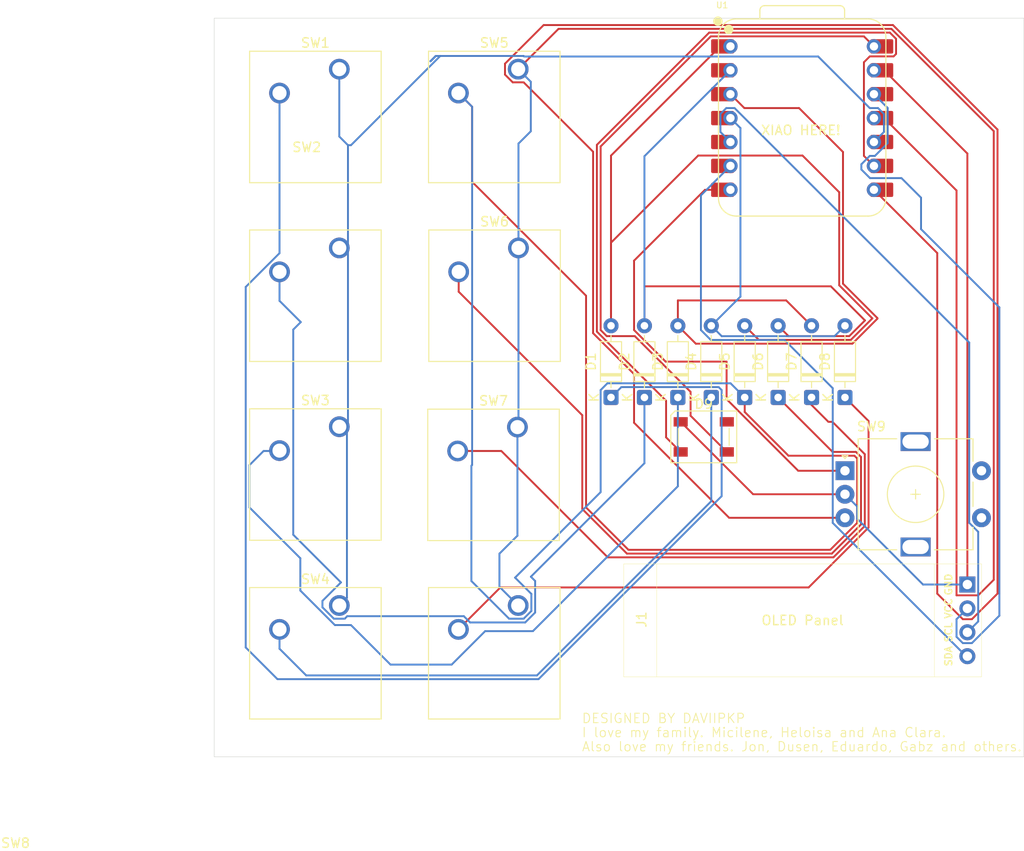
<source format=kicad_pcb>
(kicad_pcb (version 20241229) (generator "pcbnew") (generator_version "9.0")
  (layers (0 "F.Cu" signal) (2 "B.Cu" signal) (13 "F.Paste" user) (15 "B.Paste" user) (5 "F.SilkS" user "F.Silkscreen") (7 "B.SilkS" user "B.Silkscreen") (1 "F.Mask" user) (3 "B.Mask" user) (25 "Edge.Cuts" user))
  (net 0 "")
  (net 1 "Net-(D1-A)")
  (net 2 "Net-(D1-K)")
  (net 3 "Net-(D2-K)")
  (net 4 "Net-(D2-A)")
  (net 5 "Net-(D3-A)")
  (net 6 "Net-(D3-K)")
  (net 7 "Net-(D4-A)")
  (net 8 "Net-(D4-K)")
  (net 9 "Net-(D5-K)")
  (net 10 "Net-(D6-K)")
  (net 11 "Net-(D7-K)")
  (net 12 "Net-(D8-K)")
  (net 13 "Net-(D9-VDD)")
  (net 14 "Net-(D9-DIN)")
  (net 15 "Net-(D9-VSS)")
  (net 17 "Net-(J1-Pin_2)")
  (net 18 "Net-(J1-Pin_4)")
  (net 19 "Net-(J1-Pin_3)")
  (net 20 "Net-(U1-GPIO4{slash}MISO)")
  (net 21 "Net-(U1-GPIO3{slash}MOSI)")
  (net 22 "Net-(U1-GPIO1{slash}RX)")
  (net 23 "Net-(U1-GPIO0{slash}TX)")
  (footprint "Diode_THT:D_DO-35_SOD27_P7.62mm_Horizontal" (layer "F.Cu") (at 68.15 87.81 90)
    (property "Reference" "D1" (at 3.81 -2.12 90) (layer "F.SilkS"))
    (property "Value" "1N4148")
    (fp_line (start 2.53 -1.12) (end 2.53 1.12) (stroke (width 0.12)) (layer "F.SilkS"))
    (fp_line (start 2.41 -1.12) (end 2.41 1.12) (stroke (width 0.12)) (layer "F.SilkS"))
    (fp_line (start 2.29 -1.12) (end 2.29 1.12) (stroke (width 0.12)) (layer "F.SilkS"))
    (fp_line (start 6.58 0) (end 5.93 0) (stroke (width 0.12)) (layer "F.SilkS"))
    (fp_line (start 1.04 0) (end 1.69 0) (stroke (width 0.12)) (layer "F.SilkS"))
    (fp_rect (start 1.69 -1.12) (end 5.93 1.12) (stroke (width 0.12)) (fill no) (layer "F.SilkS"))
    (fp_text user "K" (at 0 -1.8 90) (layer "F.SilkS"))
    (pad "1" thru_hole roundrect (at 0 0 90) (size 1.6 1.6) (drill 0.8) (layers "*.Cu" "*.Mask") (roundrect_rratio 0.15625) (net 2 "Net-(D1-K)"))
    (pad "2" thru_hole circle (at 7.62 0 90) (size 1.6 1.6) (drill 0.8) (layers "*.Cu" "*.Mask") (net 1 "Net-(D1-A)"))
  )
  (footprint "Diode_THT:D_DO-35_SOD27_P7.62mm_Horizontal" (layer "F.Cu") (at 82.35 87.81 90)
    (property "Reference" "D5" (at 3.81 -2.12 90) (layer "F.SilkS"))
    (property "Value" "1N4148")
    (fp_line (start 2.53 -1.12) (end 2.53 1.12) (stroke (width 0.12)) (layer "F.SilkS"))
    (fp_line (start 2.41 -1.12) (end 2.41 1.12) (stroke (width 0.12)) (layer "F.SilkS"))
    (fp_line (start 2.29 -1.12) (end 2.29 1.12) (stroke (width 0.12)) (layer "F.SilkS"))
    (fp_line (start 6.58 0) (end 5.93 0) (stroke (width 0.12)) (layer "F.SilkS"))
    (fp_line (start 1.04 0) (end 1.69 0) (stroke (width 0.12)) (layer "F.SilkS"))
    (fp_rect (start 1.69 -1.12) (end 5.93 1.12) (stroke (width 0.12)) (fill no) (layer "F.SilkS"))
    (fp_text user "K" (at 0 -1.8 90) (layer "F.SilkS"))
    (pad "1" thru_hole roundrect (at 0 0 90) (size 1.6 1.6) (drill 0.8) (layers "*.Cu" "*.Mask") (roundrect_rratio 0.15625) (net 9 "Net-(D5-K)"))
    (pad "2" thru_hole circle (at 7.62 0 90) (size 1.6 1.6) (drill 0.8) (layers "*.Cu" "*.Mask") (net 1 "Net-(D1-A)"))
  )
  (footprint "LED_SMD:LED_SK6812_PLCC4_5.0x5.0mm_P3.2mm" (layer "F.Cu") (at 78 92)
    (property "Reference" "D9" (at 0 -3.5 0) (layer "F.SilkS"))
    (property "Value" "SK6812")
    (fp_line (start -3.5 -2.3) (end -3.5 2.75) (stroke (width 0.12)) (layer "F.SilkS"))
    (fp_line (start -3.05 -2.75) (end -3.5 -2.3) (stroke (width 0.12)) (layer "F.SilkS"))
    (fp_line (start -2.7 -0.9) (end -2.7 0.9) (stroke (width 0.12)) (layer "F.SilkS"))
    (fp_line (start 2.7 -0.9) (end 2.7 0.9) (stroke (width 0.12)) (layer "F.SilkS"))
    (fp_line (start 3.5 -2.75) (end -3.05 -2.75) (stroke (width 0.12)) (layer "F.SilkS"))
    (fp_line (start 3.5 2.75) (end -3.5 2.75) (stroke (width 0.12)) (layer "F.SilkS"))
    (fp_line (start 3.5 2.75) (end 3.5 -2.75) (stroke (width 0.12)) (layer "F.SilkS"))
    (pad "1" smd rect (at -2.45 -1.6 180) (size 1.5 1) (layers "F.Cu" "F.Mask" "F.Paste") (net 15 "Net-(D9-VSS)"))
    (pad "2" smd rect (at -2.45 1.6 180) (size 1.5 1) (layers "F.Cu" "F.Mask" "F.Paste") (net 14 "Net-(D9-DIN)"))
    (pad "3" smd rect (at 2.45 1.6 180) (size 1.5 1) (layers "F.Cu" "F.Mask" "F.Paste") (net 13 "Net-(D9-VDD)"))
    (pad "4" smd rect (at 2.45 -1.6 180) (size 1.5 1) (layers "F.Cu" "F.Mask" "F.Paste"))
  )
  (footprint "OPL:XIAO-RP2040-DIP" (layer "F.Cu") (at 88.455 58.12)
    (property "Reference" "U1" (at -8.5 -12 0) (layer "F.SilkS") (effects (font (size 0.635 0.635) (thickness 0.1016))))
    (property "Value" "XIAO-RP2040-DIP")
    (fp_line (start -8.89 8.509) (end -8.89 -8.636) (stroke (width 0.127)) (layer "F.SilkS"))
    (fp_line (start -6.985 10.414) (end 6.985 10.414) (stroke (width 0.127)) (layer "F.SilkS"))
    (fp_line (start -4.495 -10.541) (end -4.491272 -11.451272) (stroke (width 0.127)) (layer "F.SilkS"))
    (fp_line (start -3.991272 -11.951) (end 4.004 -11.951) (stroke (width 0.127)) (layer "F.SilkS"))
    (fp_line (start 4.504 -11.451) (end 4.504 -10.541) (stroke (width 0.127)) (layer "F.SilkS"))
    (fp_line (start 6.985 -10.541) (end -6.985 -10.541) (stroke (width 0.1)) (layer "F.SilkS"))
    (fp_line (start 6.985 -10.541) (end -6.985 -10.541) (stroke (width 0.127)) (layer "F.SilkS"))
    (fp_line (start 8.89 8.509) (end 8.89 -8.636) (stroke (width 0.127)) (layer "F.SilkS"))
    (fp_arc (start -8.89 -8.636) (mid -8.332038 -9.983038) (end -6.985 -10.541) (stroke (width 0.127)) (layer "F.SilkS"))
    (fp_arc (start -6.985 10.414) (mid -8.332038 9.856038) (end -8.89 8.509) (stroke (width 0.127)) (layer "F.SilkS"))
    (fp_arc (start -4.491272 -11.451272) (mid -4.344728 -11.80464) (end -3.991272 -11.951) (stroke (width 0.127)) (layer "F.SilkS"))
    (fp_arc (start 4.004 -11.951) (mid 4.357553 -11.804553) (end 4.504 -11.451) (stroke (width 0.127)) (layer "F.SilkS"))
    (fp_arc (start 6.985 -10.541) (mid 8.332038 -9.983038) (end 8.89 -8.636) (stroke (width 0.127)) (layer "F.SilkS"))
    (fp_arc (start 8.89 8.509) (mid 8.332038 9.856038) (end 6.985 10.414) (stroke (width 0.127)) (layer "F.SilkS"))
    (fp_circle (center -8.95 -10.3) (end -8.95 -10.554) (stroke (width 0.5)) (fill yes) (layer "F.SilkS"))
    (fp_circle (center -7.807 -9.42) (end -7.807 -9.674) (stroke (width 0.5)) (fill yes) (layer "F.SilkS"))
    (pad "1" smd roundrect (at -8.455 -7.62 180) (size 2.432 1.524) (layers "F.Cu" "F.Mask") (roundrect_rratio 0.1) (net 1 "Net-(D1-A)"))
    (pad "1" thru_hole circle (at -7.62 -7.62 180) (size 1.524 1.524) (drill 0.889) (layers "*.Cu" "*.Mask") (net 1 "Net-(D1-A)"))
    (pad "2" smd roundrect (at -8.455 -5.08 180) (size 2.432 1.524) (layers "F.Cu" "F.Mask") (roundrect_rratio 0.1) (net 4 "Net-(D2-A)"))
    (pad "2" thru_hole circle (at -7.62 -5.08 180) (size 1.524 1.524) (drill 0.889) (layers "*.Cu" "*.Mask") (net 4 "Net-(D2-A)"))
    (pad "3" smd roundrect (at -8.455 -2.54 180) (size 2.432 1.524) (layers "F.Cu" "F.Mask") (roundrect_rratio 0.1) (net 5 "Net-(D3-A)"))
    (pad "3" thru_hole circle (at -7.62 -2.54 180) (size 1.524 1.524) (drill 0.889) (layers "*.Cu" "*.Mask") (net 5 "Net-(D3-A)"))
    (pad "4" smd roundrect (at -8.455 0 180) (size 2.432 1.524) (layers "F.Cu" "F.Mask") (roundrect_rratio 0.1) (net 7 "Net-(D4-A)"))
    (pad "4" thru_hole circle (at -7.62 0 180) (size 1.524 1.524) (drill 0.889) (layers "*.Cu" "*.Mask") (net 7 "Net-(D4-A)"))
    (pad "5" smd roundrect (at -8.455 2.54 180) (size 2.432 1.524) (layers "F.Cu" "F.Mask") (roundrect_rratio 0.1) (net 19 "Net-(J1-Pin_3)"))
    (pad "5" thru_hole circle (at -7.62 2.54 180) (size 1.524 1.524) (drill 0.889) (layers "*.Cu" "*.Mask") (net 19 "Net-(J1-Pin_3)"))
    (pad "6" smd roundrect (at -8.455 5.08 180) (size 2.432 1.524) (layers "F.Cu" "F.Mask") (roundrect_rratio 0.1) (net 18 "Net-(J1-Pin_4)"))
    (pad "6" thru_hole circle (at -7.62 5.08 180) (size 1.524 1.524) (drill 0.889) (layers "*.Cu" "*.Mask") (net 18 "Net-(J1-Pin_4)"))
    (pad "7" smd roundrect (at -8.455 7.62 180) (size 2.432 1.524) (layers "F.Cu" "F.Mask") (roundrect_rratio 0.1) (net 23 "Net-(U1-GPIO0{slash}TX)"))
    (pad "7" thru_hole circle (at -7.62 7.62 180) (size 1.524 1.524) (drill 0.889) (layers "*.Cu" "*.Mask") (net 23 "Net-(U1-GPIO0{slash}TX)"))
    (pad "8" thru_hole circle (at 7.62 7.62) (size 1.524 1.524) (drill 0.889) (layers "*.Cu" "*.Mask") (net 22 "Net-(U1-GPIO1{slash}RX)"))
    (pad "8" smd roundrect (at 8.455 7.62) (size 2.432 1.524) (layers "F.Cu" "F.Mask") (roundrect_rratio 0.1) (net 22 "Net-(U1-GPIO1{slash}RX)"))
    (pad "9" thru_hole circle (at 7.62 5.08) (size 1.524 1.524) (drill 0.889) (layers "*.Cu" "*.Mask") (net 14 "Net-(D9-DIN)"))
    (pad "9" smd roundrect (at 8.455 5.08) (size 2.432 1.524) (layers "F.Cu" "F.Mask") (roundrect_rratio 0.1) (net 14 "Net-(D9-DIN)"))
    (pad "10" thru_hole circle (at 7.62 2.54) (size 1.524 1.524) (drill 0.889) (layers "*.Cu" "*.Mask") (net 20 "Net-(U1-GPIO4{slash}MISO)"))
    (pad "10" smd roundrect (at 8.455 2.54) (size 2.432 1.524) (layers "F.Cu" "F.Mask") (roundrect_rratio 0.1) (net 20 "Net-(U1-GPIO4{slash}MISO)"))
    (pad "11" thru_hole circle (at 7.62 0) (size 1.524 1.524) (drill 0.889) (layers "*.Cu" "*.Mask") (net 21 "Net-(U1-GPIO3{slash}MOSI)"))
    (pad "11" smd roundrect (at 8.455 0) (size 2.432 1.524) (layers "F.Cu" "F.Mask") (roundrect_rratio 0.1) (net 21 "Net-(U1-GPIO3{slash}MOSI)"))
    (pad "12" thru_hole circle (at 7.62 -2.54) (size 1.524 1.524) (drill 0.889) (layers "*.Cu" "*.Mask") (net 17 "Net-(J1-Pin_2)"))
    (pad "12" smd roundrect (at 8.455 -2.54) (size 2.432 1.524) (layers "F.Cu" "F.Mask") (roundrect_rratio 0.1) (net 17 "Net-(J1-Pin_2)"))
    (pad "13" thru_hole circle (at 7.62 -5.08) (size 1.524 1.524) (drill 0.889) (layers "*.Cu" "*.Mask") (net 15 "Net-(D9-VSS)"))
    (pad "13" smd roundrect (at 8.455 -5.08) (size 2.432 1.524) (layers "F.Cu" "F.Mask") (roundrect_rratio 0.1) (net 15 "Net-(D9-VSS)"))
    (pad "14" thru_hole circle (at 7.62 -7.62) (size 1.524 1.524) (drill 0.889) (layers "*.Cu" "*.Mask") (net 13 "Net-(D9-VDD)"))
    (pad "14" smd roundrect (at 8.455 -7.62) (size 2.432 1.524) (layers "F.Cu" "F.Mask") (roundrect_rratio 0.1) (net 13 "Net-(D9-VDD)"))
  )
  (footprint "Button_Switch_Keyboard:SW_Cherry_MX_1.00u_PCB" (layer "F.Cu") (at 58.291 109.92)
    (property "Reference" "SW8" (at -53.39 25.25 0) (layer "F.SilkS"))
    (property "Value" "SW_Push")
    (fp_line (start -9.525 -1.905) (end 4.445 -1.905) (stroke (width 0.12)) (layer "F.SilkS"))
    (fp_line (start -9.525 12.065) (end -9.525 -1.905) (stroke (width 0.12)) (layer "F.SilkS"))
    (fp_line (start 4.445 -1.905) (end 4.445 12.065) (stroke (width 0.12)) (layer "F.SilkS"))
    (fp_line (start 4.445 12.065) (end -9.525 12.065) (stroke (width 0.12)) (layer "F.SilkS"))
    (pad "" np_thru_hole circle (at -7.62 5.08) (size 1.7 1.7) (drill 1.7) (layers "*.Cu" "*.Mask"))
    (pad "" np_thru_hole circle (at -2.54 5.08) (size 4 4) (drill 4) (layers "*.Cu" "*.Mask"))
    (pad "" np_thru_hole circle (at 2.54 5.08) (size 1.7 1.7) (drill 1.7) (layers "*.Cu" "*.Mask"))
    (pad "1" thru_hole circle (at 0 0) (size 2.2 2.2) (drill 1.5) (layers "*.Cu" "*.Mask") (net 21 "Net-(U1-GPIO3{slash}MOSI)"))
    (pad "2" thru_hole circle (at -6.35 2.54) (size 2.2 2.2) (drill 1.5) (layers "*.Cu" "*.Mask") (net 12 "Net-(D8-K)"))
  )
  (footprint "Button_Switch_Keyboard:SW_Cherry_MX_1.00u_PCB" (layer "F.Cu") (at 39.291 90.92)
    (property "Reference" "SW3" (at -2.54 -2.794 0) (layer "F.SilkS"))
    (property "Value" "SW_Push")
    (fp_line (start -9.525 -1.905) (end 4.445 -1.905) (stroke (width 0.12)) (layer "F.SilkS"))
    (fp_line (start -9.525 12.065) (end -9.525 -1.905) (stroke (width 0.12)) (layer "F.SilkS"))
    (fp_line (start 4.445 -1.905) (end 4.445 12.065) (stroke (width 0.12)) (layer "F.SilkS"))
    (fp_line (start 4.445 12.065) (end -9.525 12.065) (stroke (width 0.12)) (layer "F.SilkS"))
    (pad "" np_thru_hole circle (at -7.62 5.08) (size 1.7 1.7) (drill 1.7) (layers "*.Cu" "*.Mask"))
    (pad "" np_thru_hole circle (at -2.54 5.08) (size 4 4) (drill 4) (layers "*.Cu" "*.Mask"))
    (pad "" np_thru_hole circle (at 2.54 5.08) (size 1.7 1.7) (drill 1.7) (layers "*.Cu" "*.Mask"))
    (pad "1" thru_hole circle (at 0 0) (size 2.2 2.2) (drill 1.5) (layers "*.Cu" "*.Mask") (net 20 "Net-(U1-GPIO4{slash}MISO)"))
    (pad "2" thru_hole circle (at -6.35 2.54) (size 2.2 2.2) (drill 1.5) (layers "*.Cu" "*.Mask") (net 6 "Net-(D3-K)"))
  )
  (footprint "Button_Switch_Keyboard:SW_Cherry_MX_1.00u_PCB" (layer "F.Cu") (at 39.291 71.92)
    (property "Reference" "SW2" (at -3.46 -10.704 0) (layer "F.SilkS"))
    (property "Value" "SW_Push")
    (fp_line (start -9.525 -1.905) (end 4.445 -1.905) (stroke (width 0.12)) (layer "F.SilkS"))
    (fp_line (start -9.525 12.065) (end -9.525 -1.905) (stroke (width 0.12)) (layer "F.SilkS"))
    (fp_line (start 4.445 -1.905) (end 4.445 12.065) (stroke (width 0.12)) (layer "F.SilkS"))
    (fp_line (start 4.445 12.065) (end -9.525 12.065) (stroke (width 0.12)) (layer "F.SilkS"))
    (pad "" np_thru_hole circle (at -7.62 5.08) (size 1.7 1.7) (drill 1.7) (layers "*.Cu" "*.Mask"))
    (pad "" np_thru_hole circle (at -2.54 5.08) (size 4 4) (drill 4) (layers "*.Cu" "*.Mask"))
    (pad "" np_thru_hole circle (at 2.54 5.08) (size 1.7 1.7) (drill 1.7) (layers "*.Cu" "*.Mask"))
    (pad "1" thru_hole circle (at 0 0) (size 2.2 2.2) (drill 1.5) (layers "*.Cu" "*.Mask") (net 20 "Net-(U1-GPIO4{slash}MISO)"))
    (pad "2" thru_hole circle (at -6.35 2.54) (size 2.2 2.2) (drill 1.5) (layers "*.Cu" "*.Mask") (net 3 "Net-(D2-K)"))
  )
  (footprint "Rotary_Encoder:RotaryEncoder_Alps_EC11E-Switch_Vertical_H20mm" (layer "F.Cu") (at 93 95.6)
    (property "Reference" "SW9" (at 2.8 -4.7 0) (layer "F.SilkS"))
    (property "Value" "RotaryEncoder")
    (fp_line (start -0.3 -1.6) (end 0.3 -1.6) (stroke (width 0.12)) (layer "F.SilkS"))
    (fp_line (start 0 -1.3) (end -0.3 -1.6) (stroke (width 0.12)) (layer "F.SilkS"))
    (fp_line (start 0.3 -1.6) (end 0 -1.3) (stroke (width 0.12)) (layer "F.SilkS"))
    (fp_line (start 1.4 -3.4) (end 1.4 8.4) (stroke (width 0.12)) (layer "F.SilkS"))
    (fp_line (start 5.5 -3.4) (end 1.4 -3.4) (stroke (width 0.12)) (layer "F.SilkS"))
    (fp_line (start 5.5 8.4) (end 1.4 8.4) (stroke (width 0.12)) (layer "F.SilkS"))
    (fp_line (start 7 2.5) (end 8 2.5) (stroke (width 0.12)) (layer "F.SilkS"))
    (fp_line (start 7.5 2) (end 7.5 3) (stroke (width 0.12)) (layer "F.SilkS"))
    (fp_line (start 9.5 -3.4) (end 13.6 -3.4) (stroke (width 0.12)) (layer "F.SilkS"))
    (fp_line (start 13.6 -3.4) (end 13.6 -1) (stroke (width 0.12)) (layer "F.SilkS"))
    (fp_line (start 13.6 1.2) (end 13.6 3.8) (stroke (width 0.12)) (layer "F.SilkS"))
    (fp_line (start 13.6 6) (end 13.6 8.4) (stroke (width 0.12)) (layer "F.SilkS"))
    (fp_line (start 13.6 8.4) (end 9.5 8.4) (stroke (width 0.12)) (layer "F.SilkS"))
    (fp_circle (center 7.5 2.5) (end 10.5 2.5) (stroke (width 0.12)) (fill no) (layer "F.SilkS"))
    (pad "A" thru_hole rect (at 0 0) (size 2 2) (drill 1) (layers "*.Cu" "*.Mask") (net 23 "Net-(U1-GPIO0{slash}TX)"))
    (pad "B" thru_hole circle (at 0 5) (size 2 2) (drill 1) (layers "*.Cu" "*.Mask") (net 22 "Net-(U1-GPIO1{slash}RX)"))
    (pad "C" thru_hole circle (at 0 2.5) (size 2 2) (drill 1) (layers "*.Cu" "*.Mask") (net 15 "Net-(D9-VSS)"))
    (pad "MP" thru_hole rect (at 7.5 -3.1) (size 3.2 2) (drill oval 2.8 1.5) (layers "*.Cu" "*.Mask"))
    (pad "MP" thru_hole rect (at 7.5 8.1) (size 3.2 2) (drill oval 2.8 1.5) (layers "*.Cu" "*.Mask"))
    (pad "S1" thru_hole circle (at 14.5 5) (size 2 2) (drill 1) (layers "*.Cu" "*.Mask"))
    (pad "S2" thru_hole circle (at 14.5 0) (size 2 2) (drill 1) (layers "*.Cu" "*.Mask"))
  )
  (footprint "Button_Switch_Keyboard:SW_Cherry_MX_1.00u_PCB" (layer "F.Cu") (at 39.291 109.92)
    (property "Reference" "SW4" (at -2.54 -2.794 0) (layer "F.SilkS"))
    (property "Value" "SW_Push")
    (fp_line (start -9.525 -1.905) (end 4.445 -1.905) (stroke (width 0.12)) (layer "F.SilkS"))
    (fp_line (start -9.525 12.065) (end -9.525 -1.905) (stroke (width 0.12)) (layer "F.SilkS"))
    (fp_line (start 4.445 -1.905) (end 4.445 12.065) (stroke (width 0.12)) (layer "F.SilkS"))
    (fp_line (start 4.445 12.065) (end -9.525 12.065) (stroke (width 0.12)) (layer "F.SilkS"))
    (pad "" np_thru_hole circle (at -7.62 5.08) (size 1.7 1.7) (drill 1.7) (layers "*.Cu" "*.Mask"))
    (pad "" np_thru_hole circle (at -2.54 5.08) (size 4 4) (drill 4) (layers "*.Cu" "*.Mask"))
    (pad "" np_thru_hole circle (at 2.54 5.08) (size 1.7 1.7) (drill 1.7) (layers "*.Cu" "*.Mask"))
    (pad "1" thru_hole circle (at 0 0) (size 2.2 2.2) (drill 1.5) (layers "*.Cu" "*.Mask") (net 20 "Net-(U1-GPIO4{slash}MISO)"))
    (pad "2" thru_hole circle (at -6.35 2.54) (size 2.2 2.2) (drill 1.5) (layers "*.Cu" "*.Mask") (net 8 "Net-(D4-K)"))
  )
  (footprint "Diode_THT:D_DO-35_SOD27_P7.62mm_Horizontal" (layer "F.Cu") (at 93 87.81 90)
    (property "Reference" "D8" (at 3.81 -2.12 90) (layer "F.SilkS"))
    (property "Value" "1N4148")
    (fp_line (start 2.53 -1.12) (end 2.53 1.12) (stroke (width 0.12)) (layer "F.SilkS"))
    (fp_line (start 2.41 -1.12) (end 2.41 1.12) (stroke (width 0.12)) (layer "F.SilkS"))
    (fp_line (start 2.29 -1.12) (end 2.29 1.12) (stroke (width 0.12)) (layer "F.SilkS"))
    (fp_line (start 6.58 0) (end 5.93 0) (stroke (width 0.12)) (layer "F.SilkS"))
    (fp_line (start 1.04 0) (end 1.69 0) (stroke (width 0.12)) (layer "F.SilkS"))
    (fp_rect (start 1.69 -1.12) (end 5.93 1.12) (stroke (width 0.12)) (fill no) (layer "F.SilkS"))
    (fp_text user "K" (at 0 -1.8 90) (layer "F.SilkS"))
    (pad "1" thru_hole roundrect (at 0 0 90) (size 1.6 1.6) (drill 0.8) (layers "*.Cu" "*.Mask") (roundrect_rratio 0.15625) (net 12 "Net-(D8-K)"))
    (pad "2" thru_hole circle (at 7.62 0 90) (size 1.6 1.6) (drill 0.8) (layers "*.Cu" "*.Mask") (net 7 "Net-(D4-A)"))
  )
  (footprint "Button_Switch_Keyboard:SW_Cherry_MX_1.00u_PCB" (layer "F.Cu") (at 58.321 71.92)
    (property "Reference" "SW6" (at -2.54 -2.794 0) (layer "F.SilkS"))
    (property "Value" "SW_Push")
    (fp_line (start -9.525 -1.905) (end 4.445 -1.905) (stroke (width 0.12)) (layer "F.SilkS"))
    (fp_line (start -9.525 12.065) (end -9.525 -1.905) (stroke (width 0.12)) (layer "F.SilkS"))
    (fp_line (start 4.445 -1.905) (end 4.445 12.065) (stroke (width 0.12)) (layer "F.SilkS"))
    (fp_line (start 4.445 12.065) (end -9.525 12.065) (stroke (width 0.12)) (layer "F.SilkS"))
    (pad "" np_thru_hole circle (at -7.62 5.08) (size 1.7 1.7) (drill 1.7) (layers "*.Cu" "*.Mask"))
    (pad "" np_thru_hole circle (at -2.54 5.08) (size 4 4) (drill 4) (layers "*.Cu" "*.Mask"))
    (pad "" np_thru_hole circle (at 2.54 5.08) (size 1.7 1.7) (drill 1.7) (layers "*.Cu" "*.Mask"))
    (pad "1" thru_hole circle (at 0 0) (size 2.2 2.2) (drill 1.5) (layers "*.Cu" "*.Mask") (net 21 "Net-(U1-GPIO3{slash}MOSI)"))
    (pad "2" thru_hole circle (at -6.35 2.54) (size 2.2 2.2) (drill 1.5) (layers "*.Cu" "*.Mask") (net 10 "Net-(D6-K)"))
  )
  (footprint "Button_Switch_Keyboard:SW_Cherry_MX_1.00u_PCB" (layer "F.Cu") (at 58.291 52.92)
    (property "Reference" "SW5" (at -2.54 -2.794 0) (layer "F.SilkS"))
    (property "Value" "SW_Push")
    (fp_line (start -9.525 -1.905) (end 4.445 -1.905) (stroke (width 0.12)) (layer "F.SilkS"))
    (fp_line (start -9.525 12.065) (end -9.525 -1.905) (stroke (width 0.12)) (layer "F.SilkS"))
    (fp_line (start 4.445 -1.905) (end 4.445 12.065) (stroke (width 0.12)) (layer "F.SilkS"))
    (fp_line (start 4.445 12.065) (end -9.525 12.065) (stroke (width 0.12)) (layer "F.SilkS"))
    (pad "" np_thru_hole circle (at -7.62 5.08) (size 1.7 1.7) (drill 1.7) (layers "*.Cu" "*.Mask"))
    (pad "" np_thru_hole circle (at -2.54 5.08) (size 4 4) (drill 4) (layers "*.Cu" "*.Mask"))
    (pad "" np_thru_hole circle (at 2.54 5.08) (size 1.7 1.7) (drill 1.7) (layers "*.Cu" "*.Mask"))
    (pad "1" thru_hole circle (at 0 0) (size 2.2 2.2) (drill 1.5) (layers "*.Cu" "*.Mask") (net 21 "Net-(U1-GPIO3{slash}MOSI)"))
    (pad "2" thru_hole circle (at -6.35 2.54) (size 2.2 2.2) (drill 1.5) (layers "*.Cu" "*.Mask") (net 9 "Net-(D5-K)"))
  )
  (footprint "Diode_THT:D_DO-35_SOD27_P7.62mm_Horizontal" (layer "F.Cu") (at 71.7 87.81 90)
    (property "Reference" "D2" (at 3.81 -2.12 90) (layer "F.SilkS"))
    (property "Value" "1N4148")
    (fp_line (start 2.53 -1.12) (end 2.53 1.12) (stroke (width 0.12)) (layer "F.SilkS"))
    (fp_line (start 2.41 -1.12) (end 2.41 1.12) (stroke (width 0.12)) (layer "F.SilkS"))
    (fp_line (start 2.29 -1.12) (end 2.29 1.12) (stroke (width 0.12)) (layer "F.SilkS"))
    (fp_line (start 6.58 0) (end 5.93 0) (stroke (width 0.12)) (layer "F.SilkS"))
    (fp_line (start 1.04 0) (end 1.69 0) (stroke (width 0.12)) (layer "F.SilkS"))
    (fp_rect (start 1.69 -1.12) (end 5.93 1.12) (stroke (width 0.12)) (fill no) (layer "F.SilkS"))
    (fp_text user "K" (at 0 -1.8 90) (layer "F.SilkS"))
    (pad "1" thru_hole roundrect (at 0 0 90) (size 1.6 1.6) (drill 0.8) (layers "*.Cu" "*.Mask") (roundrect_rratio 0.15625) (net 3 "Net-(D2-K)"))
    (pad "2" thru_hole circle (at 7.62 0 90) (size 1.6 1.6) (drill 0.8) (layers "*.Cu" "*.Mask") (net 4 "Net-(D2-A)"))
  )
  (footprint "Diode_THT:D_DO-35_SOD27_P7.62mm_Horizontal" (layer "F.Cu") (at 89.45 87.81 90)
    (property "Reference" "D7" (at 3.81 -2.12 90) (layer "F.SilkS"))
    (property "Value" "1N4148")
    (fp_line (start 2.53 -1.12) (end 2.53 1.12) (stroke (width 0.12)) (layer "F.SilkS"))
    (fp_line (start 2.41 -1.12) (end 2.41 1.12) (stroke (width 0.12)) (layer "F.SilkS"))
    (fp_line (start 2.29 -1.12) (end 2.29 1.12) (stroke (width 0.12)) (layer "F.SilkS"))
    (fp_line (start 6.58 0) (end 5.93 0) (stroke (width 0.12)) (layer "F.SilkS"))
    (fp_line (start 1.04 0) (end 1.69 0) (stroke (width 0.12)) (layer "F.SilkS"))
    (fp_rect (start 1.69 -1.12) (end 5.93 1.12) (stroke (width 0.12)) (fill no) (layer "F.SilkS"))
    (fp_text user "K" (at 0 -1.8 90) (layer "F.SilkS"))
    (pad "1" thru_hole roundrect (at 0 0 90) (size 1.6 1.6) (drill 0.8) (layers "*.Cu" "*.Mask") (roundrect_rratio 0.15625) (net 11 "Net-(D7-K)"))
    (pad "2" thru_hole circle (at 7.62 0 90) (size 1.6 1.6) (drill 0.8) (layers "*.Cu" "*.Mask") (net 5 "Net-(D3-A)"))
  )
  (footprint "Diode_THT:D_DO-35_SOD27_P7.62mm_Horizontal" (layer "F.Cu") (at 78.8 87.81 90)
    (property "Reference" "D4" (at 3.81 -2.12 90) (layer "F.SilkS"))
    (property "Value" "1N4148")
    (fp_line (start 2.53 -1.12) (end 2.53 1.12) (stroke (width 0.12)) (layer "F.SilkS"))
    (fp_line (start 2.41 -1.12) (end 2.41 1.12) (stroke (width 0.12)) (layer "F.SilkS"))
    (fp_line (start 2.29 -1.12) (end 2.29 1.12) (stroke (width 0.12)) (layer "F.SilkS"))
    (fp_line (start 6.58 0) (end 5.93 0) (stroke (width 0.12)) (layer "F.SilkS"))
    (fp_line (start 1.04 0) (end 1.69 0) (stroke (width 0.12)) (layer "F.SilkS"))
    (fp_rect (start 1.69 -1.12) (end 5.93 1.12) (stroke (width 0.12)) (fill no) (layer "F.SilkS"))
    (fp_text user "K" (at 0 -1.8 90) (layer "F.SilkS"))
    (pad "1" thru_hole roundrect (at 0 0 90) (size 1.6 1.6) (drill 0.8) (layers "*.Cu" "*.Mask") (roundrect_rratio 0.15625) (net 8 "Net-(D4-K)"))
    (pad "2" thru_hole circle (at 7.62 0 90) (size 1.6 1.6) (drill 0.8) (layers "*.Cu" "*.Mask") (net 7 "Net-(D4-A)"))
  )
  (footprint "mine:SSD1306-0.91-OLED-4pin-128x32" (layer "F.Cu") (at 69.5 105.5)
    (property "Reference" "J1" (at 1.9 5.91 90) (layer "F.SilkS"))
    (property "Value" "Conn_01x04_Socket")
    (fp_line (start 0 0) (end 0 12) (stroke (width 0.04)) (layer "F.SilkS"))
    (fp_line (start 0 12) (end 38 12) (stroke (width 0.04)) (layer "F.SilkS"))
    (fp_line (start 3.5 0) (end 3.5 12) (stroke (width 0.04)) (layer "F.SilkS"))
    (fp_line (start 33 0) (end 33 12) (stroke (width 0.04)) (layer "F.SilkS"))
    (fp_line (start 38 0) (end 0 0) (stroke (width 0.04)) (layer "F.SilkS"))
    (fp_line (start 38 12) (end 38 0) (stroke (width 0.04)) (layer "F.SilkS"))
    (fp_text user "OLED Panel" (at 19 6 0) (layer "F.SilkS"))
    (fp_text user "GND" (at 34.5 2.19 270) (layer "F.SilkS") (effects (font (size 0.75 0.75))))
    (fp_text user "VCC" (at 34.5 4.73 270) (layer "F.SilkS") (effects (font (size 0.75 0.75))))
    (fp_text user "SCL" (at 34.5 7.27 270) (layer "F.SilkS") (effects (font (size 0.75 0.75))))
    (fp_text user "SDA" (at 34.5 9.81 270) (layer "F.SilkS") (effects (font (size 0.75 0.75))))
    (pad "1" thru_hole rect (at 36.5 2.19) (size 1.7 1.7) (drill 1) (layers "*.Cu" "*.Mask") (net 15 "Net-(D9-VSS)"))
    (pad "2" thru_hole oval (at 36.5 4.73) (size 1.7 1.7) (drill 1) (layers "*.Cu" "*.Mask") (net 17 "Net-(J1-Pin_2)"))
    (pad "3" thru_hole oval (at 36.5 7.27) (size 1.7 1.7) (drill 1) (layers "*.Cu" "*.Mask") (net 19 "Net-(J1-Pin_3)"))
    (pad "4" thru_hole oval (at 36.5 9.81) (size 1.7 1.7) (drill 1) (layers "*.Cu" "*.Mask") (net 18 "Net-(J1-Pin_4)"))
  )
  (footprint "Button_Switch_Keyboard:SW_Cherry_MX_1.00u_PCB" (layer "F.Cu") (at 39.291 52.92)
    (property "Reference" "SW1" (at -2.54 -2.794 0) (layer "F.SilkS"))
    (property "Value" "SW_Push")
    (fp_line (start -9.525 -1.905) (end 4.445 -1.905) (stroke (width 0.12)) (layer "F.SilkS"))
    (fp_line (start -9.525 12.065) (end -9.525 -1.905) (stroke (width 0.12)) (layer "F.SilkS"))
    (fp_line (start 4.445 -1.905) (end 4.445 12.065) (stroke (width 0.12)) (layer "F.SilkS"))
    (fp_line (start 4.445 12.065) (end -9.525 12.065) (stroke (width 0.12)) (layer "F.SilkS"))
    (pad "" np_thru_hole circle (at -7.62 5.08) (size 1.7 1.7) (drill 1.7) (layers "*.Cu" "*.Mask"))
    (pad "" np_thru_hole circle (at -2.54 5.08) (size 4 4) (drill 4) (layers "*.Cu" "*.Mask"))
    (pad "" np_thru_hole circle (at 2.54 5.08) (size 1.7 1.7) (drill 1.7) (layers "*.Cu" "*.Mask"))
    (pad "1" thru_hole circle (at 0 0) (size 2.2 2.2) (drill 1.5) (layers "*.Cu" "*.Mask") (net 20 "Net-(U1-GPIO4{slash}MISO)"))
    (pad "2" thru_hole circle (at -6.35 2.54) (size 2.2 2.2) (drill 1.5) (layers "*.Cu" "*.Mask") (net 2 "Net-(D1-K)"))
  )
  (footprint "Button_Switch_Keyboard:SW_Cherry_MX_1.00u_PCB" (layer "F.Cu") (at 58.211 90.96)
    (property "Reference" "SW7" (at -2.54 -2.794 0) (layer "F.SilkS"))
    (property "Value" "SW_Push")
    (fp_line (start -9.525 -1.905) (end 4.445 -1.905) (stroke (width 0.12)) (layer "F.SilkS"))
    (fp_line (start -9.525 12.065) (end -9.525 -1.905) (stroke (width 0.12)) (layer "F.SilkS"))
    (fp_line (start 4.445 -1.905) (end 4.445 12.065) (stroke (width 0.12)) (layer "F.SilkS"))
    (fp_line (start 4.445 12.065) (end -9.525 12.065) (stroke (width 0.12)) (layer "F.SilkS"))
    (pad "" np_thru_hole circle (at -7.62 5.08) (size 1.7 1.7) (drill 1.7) (layers "*.Cu" "*.Mask"))
    (pad "" np_thru_hole circle (at -2.54 5.08) (size 4 4) (drill 4) (layers "*.Cu" "*.Mask"))
    (pad "" np_thru_hole circle (at 2.54 5.08) (size 1.7 1.7) (drill 1.7) (layers "*.Cu" "*.Mask"))
    (pad "1" thru_hole circle (at 0 0) (size 2.2 2.2) (drill 1.5) (layers "*.Cu" "*.Mask") (net 21 "Net-(U1-GPIO3{slash}MOSI)"))
    (pad "2" thru_hole circle (at -6.35 2.54) (size 2.2 2.2) (drill 1.5) (layers "*.Cu" "*.Mask") (net 11 "Net-(D7-K)"))
  )
  (footprint "Diode_THT:D_DO-35_SOD27_P7.62mm_Horizontal" (layer "F.Cu") (at 85.9 87.81 90)
    (property "Reference" "D6" (at 3.81 -2.12 90) (layer "F.SilkS"))
    (property "Value" "1N4148")
    (fp_line (start 2.53 -1.12) (end 2.53 1.12) (stroke (width 0.12)) (layer "F.SilkS"))
    (fp_line (start 2.41 -1.12) (end 2.41 1.12) (stroke (width 0.12)) (layer "F.SilkS"))
    (fp_line (start 2.29 -1.12) (end 2.29 1.12) (stroke (width 0.12)) (layer "F.SilkS"))
    (fp_line (start 6.58 0) (end 5.93 0) (stroke (width 0.12)) (layer "F.SilkS"))
    (fp_line (start 1.04 0) (end 1.69 0) (stroke (width 0.12)) (layer "F.SilkS"))
    (fp_rect (start 1.69 -1.12) (end 5.93 1.12) (stroke (width 0.12)) (fill no) (layer "F.SilkS"))
    (fp_text user "K" (at 0 -1.8 90) (layer "F.SilkS"))
    (pad "1" thru_hole roundrect (at 0 0 90) (size 1.6 1.6) (drill 0.8) (layers "*.Cu" "*.Mask") (roundrect_rratio 0.15625) (net 10 "Net-(D6-K)"))
    (pad "2" thru_hole circle (at 7.62 0 90) (size 1.6 1.6) (drill 0.8) (layers "*.Cu" "*.Mask") (net 4 "Net-(D2-A)"))
  )
  (footprint "Diode_THT:D_DO-35_SOD27_P7.62mm_Horizontal" (layer "F.Cu") (at 75.25 87.81 90)
    (property "Reference" "D3" (at 3.81 -2.12 90) (layer "F.SilkS"))
    (property "Value" "1N4148")
    (fp_line (start 2.53 -1.12) (end 2.53 1.12) (stroke (width 0.12)) (layer "F.SilkS"))
    (fp_line (start 2.41 -1.12) (end 2.41 1.12) (stroke (width 0.12)) (layer "F.SilkS"))
    (fp_line (start 2.29 -1.12) (end 2.29 1.12) (stroke (width 0.12)) (layer "F.SilkS"))
    (fp_line (start 6.58 0) (end 5.93 0) (stroke (width 0.12)) (layer "F.SilkS"))
    (fp_line (start 1.04 0) (end 1.69 0) (stroke (width 0.12)) (layer "F.SilkS"))
    (fp_rect (start 1.69 -1.12) (end 5.93 1.12) (stroke (width 0.12)) (fill no) (layer "F.SilkS"))
    (fp_text user "K" (at 0 -1.8 90) (layer "F.SilkS"))
    (pad "1" thru_hole roundrect (at 0 0 90) (size 1.6 1.6) (drill 0.8) (layers "*.Cu" "*.Mask") (roundrect_rratio 0.15625) (net 6 "Net-(D3-K)"))
    (pad "2" thru_hole circle (at 7.62 0 90) (size 1.6 1.6) (drill 0.8) (layers "*.Cu" "*.Mask") (net 5 "Net-(D3-A)"))
  )
  (gr_rect (start 26 47.5) (end 112 126) (stroke (width 0.05)) (fill no) (layer "Edge.Cuts"))
  (gr_text "DESIGNED BY DAVIIPKP" (at 65 122.5 0) (layer "F.SilkS") (effects (font (size 1 1) (thickness 0.1)) (justify left bottom)))
  (gr_text "I love my family. Micilene, Heloisa and Ana Clara." (at 65 124 0) (layer "F.SilkS") (effects (font (size 1 1) (thickness 0.1)) (justify left bottom)))
  (gr_text "XIAO HERE!" (at 84 60 0) (layer "F.SilkS") (effects (font (size 1 1)) (justify left bottom)))
  (gr_text "Also love my friends. Jon, Dusen, Eduardo, Gabz and others." (at 65 125.5 0) (layer "F.SilkS") (effects (font (size 1 1) (thickness 0.1)) (justify left bottom)))
  (segment (start 77.409374 62.103) (end 88.491345 62.103) (width 0.2) (layer "F.Cu") (net 1))
  (segment (start 79.75737 50.5) (end 68.15 62.10737) (width 0.2) (layer "F.Cu") (net 1))
  (segment (start 68.15 71.362374) (end 77.409374 62.103) (width 0.2) (layer "F.Cu") (net 1))
  (segment (start 92.388345 66) (end 92.388345 75.888345) (width 0.2) (layer "F.Cu") (net 1))
  (segment (start 92.388345 66) (end 88.491345 62.103) (width 0.2) (layer "F.Cu") (net 1))
  (segment (start 93.62215 81.692) (end 83.852 81.692) (width 0.2) (layer "F.Cu") (net 1))
  (segment (start 92.388345 75.888345) (end 95.907075 79.407075) (width 0.2) (layer "F.Cu") (net 1))
  (segment (start 83.852 81.692) (end 82.35 80.19) (width 0.2) (layer "F.Cu") (net 1))
  (segment (start 68.15 80.19) (end 68.15 71.362374) (width 0.2) (layer "F.Cu") (net 1))
  (segment (start 95.907075 79.407075) (end 93.62215 81.692) (width 0.2) (layer "F.Cu") (net 1))
  (segment (start 80.835 50.5) (end 79.75737 50.5) (width 0.2) (layer "F.Cu") (net 1))
  (segment (start 68.15 62.10737) (end 68.15 80.19) (width 0.2) (layer "F.Cu") (net 1))
  (segment (start 68.15 87.81) (end 69.251 86.709) (width 0.2) (layer "B.Cu") (net 2))
  (segment (start 32.72453 117.752) (end 29.35 114.37747) (width 0.2) (layer "B.Cu") (net 2))
  (segment (start 69.251 86.709) (end 79.58516 86.709) (width 0.2) (layer "B.Cu") (net 2))
  (segment (start 32.941 72.478686) (end 32.941 55.46) (width 0.2) (layer "B.Cu") (net 2))
  (segment (start 29.35 114.37747) (end 29.35 76.069686) (width 0.2) (layer "B.Cu") (net 2))
  (segment (start 79.901 87.02484) (end 79.901 98.3003) (width 0.2) (layer "B.Cu") (net 2))
  (segment (start 79.58516 86.709) (end 79.901 87.02484) (width 0.2) (layer "B.Cu") (net 2))
  (segment (start 60.4493 117.752) (end 32.72453 117.752) (width 0.2) (layer "B.Cu") (net 2))
  (segment (start 79.901 98.3003) (end 60.4493 117.752) (width 0.2) (layer "B.Cu") (net 2))
  (segment (start 29.35 76.069686) (end 32.941 72.478686) (width 0.2) (layer "B.Cu") (net 2))
  (segment (start 32.941 74.46) (end 32.941 77.54) (width 0.2) (layer "B.Cu") (net 3))
  (segment (start 60.093 107.315) (end 59.639 106.861) (width 0.2) (layer "B.Cu") (net 3))
  (segment (start 60.093 110.666414) (end 60.093 107.315) (width 0.2) (layer "B.Cu") (net 3))
  (segment (start 32.941 77.54) (end 35.2005 79.7995) (width 0.2) (layer "B.Cu") (net 3))
  (segment (start 53.184314 111.722) (end 59.037414 111.722) (width 0.2) (layer "B.Cu") (net 3))
  (segment (start 37.5 110.110314) (end 38.710686 111.321) (width 0.2) (layer "B.Cu") (net 3))
  (segment (start 39.465157 107.465157) (end 37.5 109.430314) (width 0.2) (layer "B.Cu") (net 3))
  (segment (start 34.4 80.6) (end 34.4 102.4) (width 0.2) (layer "B.Cu") (net 3))
  (segment (start 59.037414 111.722) (end 60.093 110.666414) (width 0.2) (layer "B.Cu") (net 3))
  (segment (start 38.710686 111.321) (end 39.871314 111.321) (width 0.2) (layer "B.Cu") (net 3))
  (segment (start 59.639 106.861) (end 71.7 94.8) (width 0.2) (layer "B.Cu") (net 3))
  (segment (start 40.133314 111.059) (end 52.521314 111.059) (width 0.2) (layer "B.Cu") (net 3))
  (segment (start 39.871314 111.321) (end 40.133314 111.059) (width 0.2) (layer "B.Cu") (net 3))
  (segment (start 37.5 109.430314) (end 37.5 110.110314) (width 0.2) (layer "B.Cu") (net 3))
  (segment (start 34.4 102.4) (end 39.465157 107.465157) (width 0.2) (layer "B.Cu") (net 3))
  (segment (start 35.2005 79.7995) (end 34.4 80.6) (width 0.2) (layer "B.Cu") (net 3))
  (segment (start 52.521314 111.059) (end 53.184314 111.722) (width 0.2) (layer "B.Cu") (net 3))
  (segment (start 71.7 94.8) (end 71.7 87.81) (width 0.2) (layer "B.Cu") (net 3))
  (segment (start 93.45605 81.291) (end 95.123525 79.623525) (width 0.2) (layer "F.Cu") (net 4))
  (segment (start 85.9 80.19) (end 87.001 81.291) (width 0.2) (layer "F.Cu") (net 4))
  (segment (start 71.7 76) (end 71.7 80.19) (width 0.2) (layer "F.Cu") (net 4))
  (segment (start 87.001 81.291) (end 93.45605 81.291) (width 0.2) (layer "F.Cu") (net 4))
  (segment (start 71.7 76) (end 91.5 76) (width 0.2) (layer "F.Cu") (net 4))
  (segment (start 91.5 76) (end 95.123525 79.623525) (width 0.2) (layer "F.Cu") (net 4))
  (segment (start 71.7 62.175) (end 71.7 80.19) (width 0.2) (layer "B.Cu") (net 4))
  (segment (start 80.835 53.04) (end 71.7 62.175) (width 0.2) (layer "B.Cu") (net 4))
  (segment (start 75.25 77.5) (end 86.76 77.5) (width 0.2) (layer "F.Cu") (net 5))
  (segment (start 75.25 77.5) (end 75.25 80.19) (width 0.2) (layer "F.Cu") (net 5))
  (segment (start 93.78825 82.093) (end 77.153 82.093) (width 0.2) (layer "F.Cu") (net 5))
  (segment (start 77.153 82.093) (end 75.25 80.19) (width 0.2) (layer "F.Cu") (net 5))
  (segment (start 96.440625 79.440625) (end 96.440625 79.373525) (width 0.2) (layer "F.Cu") (net 5))
  (segment (start 86.76 77.5) (end 89.45 80.19) (width 0.2) (layer "F.Cu") (net 5))
  (segment (start 92.789345 61.722245) (end 88.1241 57.057) (width 0.2) (layer "F.Cu") (net 5))
  (segment (start 92.789345 75.722245) (end 92.789345 61.722245) (width 0.2) (layer "F.Cu") (net 5))
  (segment (start 96.440625 79.373525) (end 92.789345 75.722245) (width 0.2) (layer "F.Cu") (net 5))
  (segment (start 96.440625 79.440625) (end 93.78825 82.093) (width 0.2) (layer "F.Cu") (net 5))
  (segment (start 82.312 57.057) (end 88.1241 57.057) (width 0.2) (layer "F.Cu") (net 5))
  (segment (start 80.835 55.58) (end 82.312 57.057) (width 0.2) (layer "F.Cu") (net 5))
  (segment (start 35.152 108.329414) (end 35.152 104.901) (width 0.2) (layer "B.Cu") (net 6))
  (segment (start 40.52947 112) (end 38.822586 112) (width 0.2) (layer "B.Cu") (net 6))
  (segment (start 31.251 93.5) (end 29.751 95) (width 0.2) (layer "B.Cu") (net 6))
  (segment (start 29.751 99.5) (end 35.152 104.901) (width 0.2) (layer "B.Cu") (net 6))
  (segment (start 29.751 95) (end 29.751 99.5) (width 0.2) (layer "B.Cu") (net 6))
  (segment (start 75.25 97.25) (end 75.25 87.81) (width 0.2) (layer "B.Cu") (net 6))
  (segment (start 54.777184 112.649) (end 51.225184 116.201) (width 0.2) (layer "B.Cu") (net 6))
  (segment (start 38.822586 112) (end 35.152 108.329414) (width 0.2) (layer "B.Cu") (net 6))
  (segment (start 59.851 112.649) (end 54.777184 112.649) (width 0.2) (layer "B.Cu") (net 6))
  (segment (start 51.225184 116.201) (end 44.73047 116.201) (width 0.2) (layer "B.Cu") (net 6))
  (segment (start 75.25 97.25) (end 59.851 112.649) (width 0.2) (layer "B.Cu") (net 6))
  (segment (start 44.73047 116.201) (end 40.52947 112) (width 0.2) (layer "B.Cu") (net 6))
  (segment (start 33.751 93.5) (end 31.251 93.5) (width 0.2) (layer "B.Cu") (net 6))
  (segment (start 79.911 81.301) (end 78.8 80.19) (width 0.2) (layer "B.Cu") (net 7))
  (segment (start 81.898 77.092) (end 78.8 80.19) (width 0.2) (layer "B.Cu") (net 7))
  (segment (start 80.835 58.12) (end 81.898 59.183) (width 0.2) (layer "B.Cu") (net 7))
  (segment (start 91.889 81.301) (end 79.911 81.301) (width 0.2) (layer "B.Cu") (net 7))
  (segment (start 93 80.19) (end 91.889 81.301) (width 0.2) (layer "B.Cu") (net 7))
  (segment (start 81.898 59.183) (end 81.898 77.092) (width 0.2) (layer "B.Cu") (net 7))
  (segment (start 78.8 98.8342) (end 78.8 87.81) (width 0.2) (layer "B.Cu") (net 8))
  (segment (start 35.777184 117.351) (end 60.2832 117.351) (width 0.2) (layer "B.Cu") (net 8))
  (segment (start 60.2832 117.351) (end 78.8 98.8342) (width 0.2) (layer "B.Cu") (net 8))
  (segment (start 32.941 114.514816) (end 35.777184 117.351) (width 0.2) (layer "B.Cu") (net 8))
  (segment (start 32.941 112.46) (end 32.941 114.514816) (width 0.2) (layer "B.Cu") (net 8))
  (segment (start 53.4 64.9) (end 65.5 77) (width 0.2) (layer "F.Cu") (net 9))
  (segment (start 51.941 55.46) (end 53.4 56.919) (width 0.2) (layer "F.Cu") (net 9))
  (segment (start 94.301 94.299) (end 94.002 94) (width 0.2) (layer "F.Cu") (net 9))
  (segment (start 94.002 94) (end 87 94) (width 0.2) (layer "F.Cu") (net 9))
  (segment (start 70.001 104.001) (end 91.438892 104.001) (width 0.2) (layer "F.Cu") (net 9))
  (segment (start 65.5 99.5) (end 70.001 104.001) (width 0.2) (layer "F.Cu") (net 9))
  (segment (start 87 94) (end 82.35 89.35) (width 0.2) (layer "F.Cu") (net 9))
  (segment (start 82.35 89.35) (end 82.35 87.81) (width 0.2) (layer "F.Cu") (net 9))
  (segment (start 53.4 56.919) (end 53.4 64.9) (width 0.2) (layer "F.Cu") (net 9))
  (segment (start 91.438892 104.001) (end 94.301 101.138892) (width 0.2) (layer "F.Cu") (net 9))
  (segment (start 65.5 77) (end 65.5 99.5) (width 0.2) (layer "F.Cu") (net 9))
  (segment (start 94.301 101.138892) (end 94.301 94.299) (width 0.2) (layer "F.Cu") (net 9))
  (segment (start 59.692 110.500314) (end 58.871314 111.321) (width 0.2) (layer "B.Cu") (net 9))
  (segment (start 53.4 94.986184) (end 53.4 56.919) (width 0.2) (layer "B.Cu") (net 9))
  (segment (start 53.32 95.066184) (end 53.4 94.986184) (width 0.2) (layer "B.Cu") (net 9))
  (segment (start 80.848 86.308) (end 67.76584 86.308) (width 0.2) (layer "B.Cu") (net 9))
  (segment (start 67.049 97.871) (end 57.96 106.96) (width 0.2) (layer "B.Cu") (net 9))
  (segment (start 57.321 111.321) (end 53.32 107.32) (width 0.2) (layer "B.Cu") (net 9))
  (segment (start 82.35 87.81) (end 80.848 86.308) (width 0.2) (layer "B.Cu") (net 9))
  (segment (start 67.76584 86.308) (end 67.049 87.02484) (width 0.2) (layer "B.Cu") (net 9))
  (segment (start 53.4 56.919) (end 51.941 55.46) (width 0.2) (layer "B.Cu") (net 9))
  (segment (start 53.32 107.32) (end 53.32 95.066184) (width 0.2) (layer "B.Cu") (net 9))
  (segment (start 58.871314 111.321) (end 57.321 111.321) (width 0.2) (layer "B.Cu") (net 9))
  (segment (start 67.049 87.02484) (end 67.049 97.871) (width 0.2) (layer "B.Cu") (net 9))
  (segment (start 59.692 108.692) (end 59.692 110.500314) (width 0.2) (layer "B.Cu") (net 9))
  (segment (start 57.96 106.96) (end 59.692 108.692) (width 0.2) (layer "B.Cu") (net 9))
  (segment (start 65.099 99.6661) (end 65.099 89.69953) (width 0.2) (layer "F.Cu") (net 10))
  (segment (start 94.702 101.304992) (end 91.604992 104.402) (width 0.2) (layer "F.Cu") (net 10))
  (segment (start 91.689 93.599) (end 94.1681 93.599) (width 0.2) (layer "F.Cu") (net 10))
  (segment (start 85.9 87.81) (end 91.689 93.599) (width 0.2) (layer "F.Cu") (net 10))
  (segment (start 94.1681 93.599) (end 94.702 94.1329) (width 0.2) (layer "F.Cu") (net 10))
  (segment (start 65.099 89.69953) (end 51.971 76.57153) (width 0.2) (layer "F.Cu") (net 10))
  (segment (start 69.8349 104.402) (end 65.099 99.6661) (width 0.2) (layer "F.Cu") (net 10))
  (segment (start 51.971 76.57153) (end 51.971 74.46) (width 0.2) (layer "F.Cu") (net 10))
  (segment (start 94.702 94.1329) (end 94.702 101.304992) (width 0.2) (layer "F.Cu") (net 10))
  (segment (start 91.604992 104.402) (end 69.8349 104.402) (width 0.2) (layer "F.Cu") (net 10))
  (segment (start 91.6661 90.401) (end 91.241 90.401) (width 0.2) (layer "F.Cu") (net 11))
  (segment (start 51.861 93.5) (end 56.5 93.5) (width 0.2) (layer "F.Cu") (net 11))
  (segment (start 67.803 104.803) (end 91.771092 104.803) (width 0.2) (layer "F.Cu") (net 11))
  (segment (start 56.5 93.5) (end 67.803 104.803) (width 0.2) (layer "F.Cu") (net 11))
  (segment (start 89.45 88.61) (end 89.45 87.81) (width 0.2) (layer "F.Cu") (net 11))
  (segment (start 91.241 90.401) (end 89.45 88.61) (width 0.2) (layer "F.Cu") (net 11))
  (segment (start 91.771092 104.803) (end 95.103 101.471092) (width 0.2) (layer "F.Cu") (net 11))
  (segment (start 95.103 93.8379) (end 91.6661 90.401) (width 0.2) (layer "F.Cu") (net 11))
  (segment (start 95.103 101.471092) (end 95.103 93.8379) (width 0.2) (layer "F.Cu") (net 11))
  (segment (start 89.141192 108) (end 95.504 101.637192) (width 0.2) (layer "F.Cu") (net 12))
  (segment (start 95.504 90.314) (end 93 87.81) (width 0.2) (layer "F.Cu") (net 12))
  (segment (start 56.401 108) (end 89.141192 108) (width 0.2) (layer "F.Cu") (net 12))
  (segment (start 95.504 101.637192) (end 95.504 90.314) (width 0.2) (layer "F.Cu") (net 12))
  (segment (start 51.941 112.46) (end 56.401 108) (width 0.2) (layer "F.Cu") (net 12))
  (segment (start 95.012 49.437) (end 96.075 50.5) (width 0.2) (layer "F.Cu") (net 13))
  (segment (start 76.601 87.21515) (end 70.67685 81.291) (width 0.2) (layer "F.Cu") (net 13))
  (segment (start 78.744374 49.437) (end 95.012 49.437) (width 0.2) (layer "F.Cu") (net 13))
  (segment (start 80.45 93.6) (end 76.601 89.751) (width 0.2) (layer "F.Cu") (net 13))
  (segment (start 67.049 61.132374) (end 78.744374 49.437) (width 0.2) (layer "F.Cu") (net 13))
  (segment (start 70.67685 81.291) (end 67.69395 81.291) (width 0.2) (layer "F.Cu") (net 13))
  (segment (start 67.69395 81.291) (end 67.049 80.64605) (width 0.2) (layer "F.Cu") (net 13))
  (segment (start 67.049 80.64605) (end 67.049 61.132374) (width 0.2) (layer "F.Cu") (net 13))
  (segment (start 76.601 89.751) (end 76.601 87.21515) (width 0.2) (layer "F.Cu") (net 13))
  (segment (start 95.012 62.137) (end 95.012 52.18569) (width 0.2) (layer "F.Cu") (net 14))
  (segment (start 97.764626 49.036) (end 78.578274 49.036) (width 0.2) (layer "F.Cu") (net 14))
  (segment (start 98.427 49.698374) (end 97.764626 49.036) (width 0.2) (layer "F.Cu") (net 14))
  (segment (start 95.012 52.18569) (end 95.63469 51.563) (width 0.2) (layer "F.Cu") (net 14))
  (segment (start 78.578274 49.036) (end 66.648 60.966274) (width 0.2) (layer "F.Cu") (net 14))
  (segment (start 66.648 80.81215) (end 74 88.16415) (width 0.2) (layer "F.Cu") (net 14))
  (segment (start 74 88.16415) (end 74 92.05) (width 0.2) (layer "F.Cu") (net 14))
  (segment (start 95.63469 51.563) (end 98.165626 51.563) (width 0.2) (layer "F.Cu") (net 14))
  (segment (start 74 92.05) (end 75.55 93.6) (width 0.2) (layer "F.Cu") (net 14))
  (segment (start 96.075 63.2) (end 95.012 62.137) (width 0.2) (layer "F.Cu") (net 14))
  (segment (start 98.427 51.301626) (end 98.427 49.698374) (width 0.2) (layer "F.Cu") (net 14))
  (segment (start 66.648 60.966274) (end 66.648 80.81215) (width 0.2) (layer "F.Cu") (net 14))
  (segment (start 98.165626 51.563) (end 98.427 51.301626) (width 0.2) (layer "F.Cu") (net 14))
  (segment (start 106 107.69) (end 106 61.88737) (width 0.2) (layer "F.Cu") (net 15))
  (segment (start 106 61.88737) (end 97.15263 53.04) (width 0.2) (layer "F.Cu") (net 15))
  (segment (start 97.15263 53.04) (end 96.075 53.04) (width 0.2) (layer "F.Cu") (net 15))
  (segment (start 93 98.1) (end 83.25 98.1) (width 0.2) (layer "F.Cu") (net 15))
  (segment (start 83.25 98.1) (end 75.55 90.4) (width 0.2) (layer "F.Cu") (net 15))
  (segment (start 101.288 107.69) (end 106 107.69) (width 0.2) (layer "B.Cu") (net 15))
  (segment (start 94.301 99.401) (end 94.301 100.703) (width 0.2) (layer "B.Cu") (net 15))
  (segment (start 94.301 100.703) (end 101.288 107.69) (width 0.2) (layer "B.Cu") (net 15))
  (segment (start 93 98.1) (end 94.301 99.401) (width 0.2) (layer "B.Cu") (net 15))
  (segment (start 109.401 110.99676) (end 109.401 78.241) (width 0.2) (layer "B.Cu") (net 17))
  (segment (start 104.849 111.381) (end 104.849 113.24676) (width 0.2) (layer "B.Cu") (net 17))
  (segment (start 95.66 64.5) (end 94.74 63.58) (width 0.2) (layer "B.Cu") (net 17))
  (segment (start 104.849 113.24676) (end 105.52324 113.921) (width 0.2) (layer "B.Cu") (net 17))
  (segment (start 99 64.5) (end 95.66 64.5) (width 0.2) (layer "B.Cu") (net 17))
  (segment (start 94.74 63.03169) (end 95.63469 62.137) (width 0.2) (layer "B.Cu") (net 17))
  (segment (start 101.08 69.92) (end 101.08 66.58) (width 0.2) (layer "B.Cu") (net 17))
  (segment (start 97.539 57.044) (end 96.075 55.58) (width 0.2) (layer "B.Cu") (net 17))
  (segment (start 96.183 62.137) (end 97.539 60.781) (width 0.2) (layer "B.Cu") (net 17))
  (segment (start 95.63469 62.137) (end 96.183 62.137) (width 0.2) (layer "B.Cu") (net 17))
  (segment (start 105.52324 113.921) (end 106.47676 113.921) (width 0.2) (layer "B.Cu") (net 17))
  (segment (start 106 110.23) (end 104.849 111.381) (width 0.2) (layer "B.Cu") (net 17))
  (segment (start 109.401 78.241) (end 101.08 69.92) (width 0.2) (layer "B.Cu") (net 17))
  (segment (start 106.47676 113.921) (end 109.401 110.99676) (width 0.2) (layer "B.Cu") (net 17))
  (segment (start 97.539 60.781) (end 97.539 57.044) (width 0.2) (layer "B.Cu") (net 17))
  (segment (start 101.08 66.58) (end 99 64.5) (width 0.2) (layer "B.Cu") (net 17))
  (segment (start 94.74 63.58) (end 94.74 63.03169) (width 0.2) (layer "B.Cu") (net 17))
  (segment (start 77.699 66.336) (end 77.699 80.64605) (width 0.2) (layer "B.Cu") (net 18))
  (segment (start 77.699 80.64605) (end 78.75495 81.702) (width 0.2) (layer "B.Cu") (net 18))
  (segment (start 78.75495 81.702) (end 86.57616 81.702) (width 0.2) (layer "B.Cu") (net 18))
  (segment (start 80.835 63.2) (end 77.699 66.336) (width 0.2) (layer "B.Cu") (net 18))
  (segment (start 105.870108 115.31) (end 106 115.31) (width 0.2) (layer "B.Cu") (net 18))
  (segment (start 86.57616 81.702) (end 91.699 86.82484) (width 0.2) (layer "B.Cu") (net 18))
  (segment (start 91.699 101.138892) (end 105.870108 115.31) (width 0.2) (layer "B.Cu") (net 18))
  (segment (start 91.699 86.82484) (end 91.699 101.138892) (width 0.2) (layer "B.Cu") (net 18))
  (segment (start 107.151 111.619) (end 106 112.77) (width 0.2) (layer "B.Cu") (net 19))
  (segment (start 80.835 60.66) (end 79.772 59.597) (width 0.2) (layer "B.Cu") (net 19))
  (segment (start 81.27531 57.057) (end 106.199 81.98069) (width 0.2) (layer "B.Cu") (net 19))
  (segment (start 79.772 59.597) (end 79.772 57.67969) (width 0.2) (layer "B.Cu") (net 19))
  (segment (start 107.151 102.090892) (end 107.151 111.619) (width 0.2) (layer "B.Cu") (net 19))
  (segment (start 106.199 81.98069) (end 106.199 101.138892) (width 0.2) (layer "B.Cu") (net 19))
  (segment (start 106.199 101.138892) (end 107.151 102.090892) (width 0.2) (layer "B.Cu") (net 19))
  (segment (start 80.39469 57.057) (end 81.27531 57.057) (width 0.2) (layer "B.Cu") (net 19))
  (segment (start 79.772 57.67969) (end 80.39469 57.057) (width 0.2) (layer "B.Cu") (net 19))
  (segment (start 96.51531 57.057) (end 95.63469 57.057) (width 0.2) (layer "B.Cu") (net 20))
  (segment (start 97.138 59.597) (end 97.138 57.67969) (width 0.2) (layer "B.Cu") (net 20))
  (segment (start 40.211 61) (end 40.52947 61) (width 0.2) (layer "B.Cu") (net 20))
  (segment (start 48.965 52.076) (end 49 52.076) (width 0.2) (layer "B.Cu") (net 20))
  (segment (start 58.871314 51.519) (end 50.01047 51.519) (width 0.2) (layer "B.Cu") (net 20))
  (segment (start 40.101 109.11) (end 40.101 90.96) (width 0.2) (layer "B.Cu") (net 20))
  (segment (start 40.101 90.96) (end 40.211 90.85) (width 0.2) (layer "B.Cu") (net 20))
  (segment (start 95.63469 57.057) (end 90.15369 51.576) (width 0.2) (layer "B.Cu") (net 20))
  (segment (start 90.15369 51.576) (end 58.928314 51.576) (width 0.2) (layer "B.Cu") (net 20))
  (segment (start 40.52947 61) (end 50.01047 51.519) (width 0.2) (layer "B.Cu") (net 20))
  (segment (start 97.138 57.67969) (end 96.51531 57.057) (width 0.2) (layer "B.Cu") (net 20))
  (segment (start 40.211 90.85) (end 40.211 61) (width 0.2) (layer "B.Cu") (net 20))
  (segment (start 49 52.076) (end 49.5 51.576) (width 0.2) (layer "B.Cu") (net 20))
  (segment (start 50.01047 51.519) (end 49.522 51.519) (width 0.2) (layer "B.Cu") (net 20))
  (segment (start 96.075 60.66) (end 97.138 59.597) (width 0.2) (layer "B.Cu") (net 20))
  (segment (start 58.928314 51.576) (end 58.871314 51.519) (width 0.2) (layer "B.Cu") (net 20))
  (segment (start 39.291 60.08) (end 40.211 61) (width 0.2) (layer "B.Cu") (net 20))
  (segment (start 39.291 52.92) (end 39.291 60.08) (width 0.2) (layer "B.Cu") (net 20))
  (segment (start 39.291 109.92) (end 40.101 109.11) (width 0.2) (layer "B.Cu") (net 20))
  (segment (start 49.522 51.519) (end 48.965 52.076) (width 0.2) (layer "B.Cu") (net 20))
  (segment (start 96.075 58.12) (end 97.15263 58.12) (width 0.2) (layer "F.Cu") (net 21))
  (segment (start 108.801 107.191) (end 108.801 59.505274) (width 0.2) (layer "F.Cu") (net 21))
  (segment (start 108.801 59.505274) (end 97.930726 48.635) (width 0.2) (layer "F.Cu") (net 21))
  (segment (start 62.576 48.635) (end 58.291 52.92) (width 0.2) (layer "F.Cu") (net 21))
  (segment (start 104.849 108.841) (end 107.151 108.841) (width 0.2) (layer "F.Cu") (net 21))
  (segment (start 97.930726 48.635) (end 62.576 48.635) (width 0.2) (layer "F.Cu") (net 21))
  (segment (start 107.151 108.841) (end 108.801 107.191) (width 0.2) (layer "F.Cu") (net 21))
  (segment (start 97.15263 58.12) (end 104.849 65.81637) (width 0.2) (layer "F.Cu") (net 21))
  (segment (start 104.849 65.81637) (end 104.849 108.841) (width 0.2) (layer "F.Cu") (net 21))
  (segment (start 56.299 107.928) (end 56.299 104.412) (width 0.2) (layer "B.Cu") (net 21))
  (segment (start 58.211 90.96) (end 58.211 102.5) (width 0.2) (layer "B.Cu") (net 21))
  (segment (start 58.291 109.92) (end 56.299 107.928) (width 0.2) (layer "B.Cu") (net 21))
  (segment (start 58.211 90.96) (end 58.321 90.85) (width 0.2) (layer "B.Cu") (net 21))
  (segment (start 58.321 90.85) (end 58.321 60.83) (width 0.2) (layer "B.Cu") (net 21))
  (segment (start 59.63 59.521) (end 59.63 54.259) (width 0.2) (layer "B.Cu") (net 21))
  (segment (start 59.63 54.259) (end 58.291 52.92) (width 0.2) (layer "B.Cu") (net 21))
  (segment (start 56.299 104.412) (end 58.211 102.5) (width 0.2) (layer "B.Cu") (net 21))
  (segment (start 58.321 60.83) (end 59.63 59.521) (width 0.2) (layer "B.Cu") (net 21))
  (segment (start 56.89 52.339686) (end 60.995686 48.234) (width 0.2) (layer "F.Cu") (net 22))
  (segment (start 60.995686 48.234) (end 98.096826 48.234) (width 0.2) (layer "F.Cu") (net 22))
  (segment (start 109.202 108.65576) (end 106.47676 111.381) (width 0.2) (layer "F.Cu") (net 22))
  (segment (start 58.871314 54.321) (end 57.710686 54.321) (width 0.2) (layer "F.Cu") (net 22))
  (segment (start 80.698 100.6) (end 70.599 90.501) (width 0.2) (layer "F.Cu") (net 22))
  (segment (start 70.599 85.33025) (end 66.247 80.97825) (width 0.2) (layer "F.Cu") (net 22))
  (segment (start 66.247 80.97825) (end 66.247 61.696686) (width 0.2) (layer "F.Cu") (net 22))
  (segment (start 93 100.6) (end 80.698 100.6) (width 0.2) (layer "F.Cu") (net 22))
  (segment (start 57.710686 54.321) (end 56.89 53.500314) (width 0.2) (layer "F.Cu") (net 22))
  (segment (start 106.47676 111.381) (end 105.52324 111.381) (width 0.2) (layer "F.Cu") (net 22))
  (segment (start 105.52324 111.381) (end 102.801174 108.658934) (width 0.2) (layer "F.Cu") (net 22))
  (segment (start 102.801174 108.658934) (end 102.801174 72.466174) (width 0.2) (layer "F.Cu") (net 22))
  (segment (start 98.096826 48.234) (end 109.202 59.339174) (width 0.2) (layer "F.Cu") (net 22))
  (segment (start 56.89 53.500314) (end 56.89 52.339686) (width 0.2) (layer "F.Cu") (net 22))
  (segment (start 70.599 90.501) (end 70.599 85.33025) (width 0.2) (layer "F.Cu") (net 22))
  (segment (start 102.801174 72.466174) (end 96.075 65.74) (width 0.2) (layer "F.Cu") (net 22))
  (segment (start 66.247 61.696686) (end 58.871314 54.321) (width 0.2) (layer "F.Cu") (net 22))
  (segment (start 109.202 59.339174) (end 109.202 108.65576) (width 0.2) (layer "F.Cu") (net 22))
  (segment (start 88.0329 95.6) (end 93 95.6) (width 0.2) (layer "F.Cu") (net 23))
  (segment (start 70.599 80.64605) (end 73.95295 84) (width 0.2) (layer "F.Cu") (net 23))
  (segment (start 70.599 73.273174) (end 70.599 80.64605) (width 0.2) (layer "F.Cu") (net 23))
  (segment (start 73.95295 84) (end 80.42616 84) (width 0.2) (layer "F.Cu") (net 23))
  (segment (start 80.42616 87.99326) (end 88.0329 95.6) (width 0.2) (layer "F.Cu") (net 23))
  (segment (start 80.42616 84) (end 80.42616 87.99326) (width 0.2) (layer "F.Cu") (net 23))
  (segment (start 80.835 65.74) (end 78.132174 65.74) (width 0.2) (layer "F.Cu") (net 23))
  (segment (start 78.132174 65.74) (end 70.599 73.273174) (width 0.2) (layer "F.Cu") (net 23))
)
</source>
